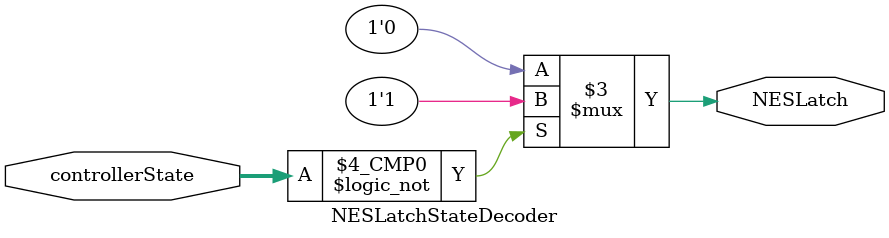
<source format=sv>
module NESLatchStateDecoder#(parameter N = 4)
									 (input  logic [N-1:0] controllerState,
									  output logic NESLatch);

	always_comb
		case(controllerState)
			4'h0: 	NESLatch = 1;
			default: NESLatch = 0;
		endcase

endmodule
</source>
